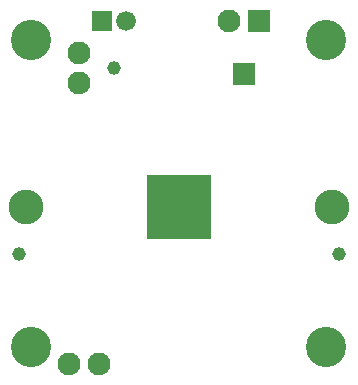
<source format=gbs>
%FSLAX34Y34*%
G04 Gerber Fmt 3.4, Leading zero omitted, Abs format*
G04 (created by PCBNEW (2013-12-14 BZR 4555)-product) date Thu 06 Mar 2014 10:43:19 EST*
%MOIN*%
G01*
G70*
G90*
G04 APERTURE LIST*
%ADD10C,0.005906*%
%ADD11R,0.076000X0.076000*%
%ADD12C,0.076000*%
%ADD13R,0.212850X0.212850*%
%ADD14C,0.116000*%
%ADD15C,0.134110*%
%ADD16C,0.045528*%
%ADD17R,0.066000X0.066000*%
%ADD18C,0.066000*%
G04 APERTURE END LIST*
G54D10*
G54D11*
X8633Y16866D03*
G54D12*
X7633Y16866D03*
G54D13*
X5968Y10663D03*
G54D14*
X11066Y10663D03*
X870Y10663D03*
G54D15*
X1047Y5996D03*
X1047Y16232D03*
X10889Y16232D03*
G54D16*
X3803Y15287D03*
X637Y9088D03*
X11300Y9088D03*
G54D11*
X8133Y15094D03*
G54D12*
X3318Y5409D03*
X2318Y5409D03*
X2637Y14787D03*
X2637Y15787D03*
G54D17*
X3409Y16866D03*
G54D18*
X4196Y16866D03*
G54D15*
X10889Y5996D03*
M02*

</source>
